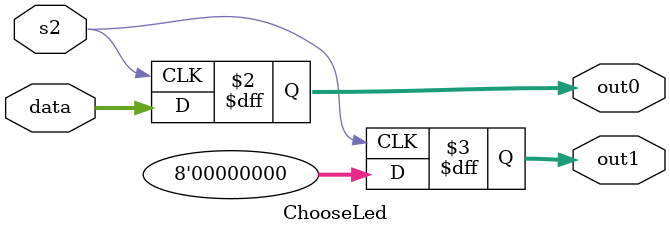
<source format=v>
`timescale 1ns / 1ps
module ChooseLed(
	input [7:0] data,
	input s2,
	output reg [7:0] out0,
	output reg [7:0] out1
   );
always@(posedge s2)
begin
	if(s2)
		begin
		out0 = data;
		out1 = 8'b0000_0000;
		end
	else
		begin
		out0 = 8'b0000_0000;
		out1 = data;
		end

end

endmodule

</source>
